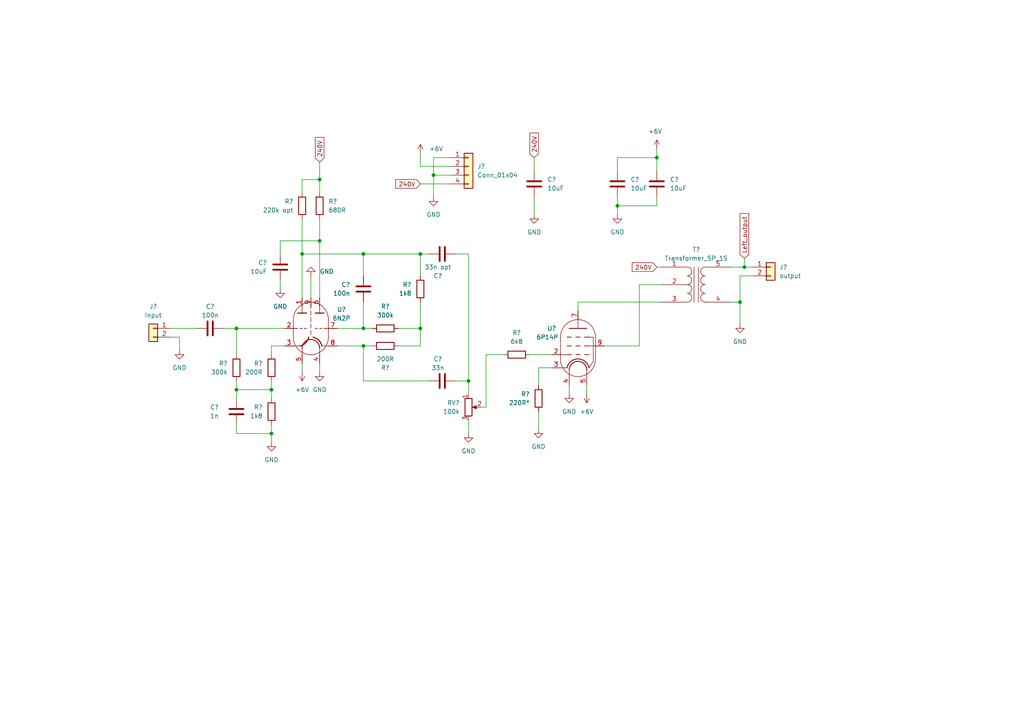
<source format=kicad_sch>
(kicad_sch (version 20211123) (generator eeschema)
  (paper "A4")
  (lib_symbols
    (symbol "Connector_Generic:Conn_01x02" (pin_names (offset 1.016) hide)
      (property "Reference" "J" (at 0 2.54 0))
      (property "Value" "Conn_01x02" (at 0 -5.08 0))
      (symbol "Conn_01x02_1_1"
        (rectangle (start -1.27 -2.413) (end 0 -2.667) (stroke (width 0.1524)))
        (rectangle (start -1.27 0.127) (end 0 -0.127) (stroke (width 0.1524)))
        (rectangle (start -1.27 1.27) (end 1.27 -3.81) (stroke (width 0.254)) (fill (type background)))
        (pin passive line (at -5.08 0 0) (length 3.81) (name "Pin_1") (number "1"))
        (pin passive line (at -5.08 -2.54 0) (length 3.81) (name "Pin_2") (number "2"))
      )
    )
    (symbol "Connector_Generic:Conn_01x04" (pin_names (offset 1.016) hide)
      (property "Reference" "J" (at 0 5.08 0))
      (property "Value" "Conn_01x04" (at 0 -7.62 0))
      (symbol "Conn_01x04_1_1"
        (rectangle (start -1.27 -4.953) (end 0 -5.207) (stroke (width 0.1524)))
        (rectangle (start -1.27 -2.413) (end 0 -2.667) (stroke (width 0.1524)))
        (rectangle (start -1.27 0.127) (end 0 -0.127) (stroke (width 0.1524)))
        (rectangle (start -1.27 2.667) (end 0 2.413) (stroke (width 0.1524)))
        (rectangle (start -1.27 3.81) (end 1.27 -6.35) (stroke (width 0.254)) (fill (type background)))
        (pin passive line (at -5.08 2.54 0) (length 3.81) (name "Pin_1") (number "1"))
        (pin passive line (at -5.08 0 0) (length 3.81) (name "Pin_2") (number "2"))
        (pin passive line (at -5.08 -2.54 0) (length 3.81) (name "Pin_3") (number "3"))
        (pin passive line (at -5.08 -5.08 0) (length 3.81) (name "Pin_4") (number "4"))
      )
    )
    (symbol "Device:C" (pin_numbers hide) (pin_names (offset 0.254))
      (property "Reference" "C" (at 0.635 2.54 0))
      (property "Value" "C" (at 0.635 -2.54 0))
      (symbol "C_0_1"
        (polyline (pts (xy -2.032 -0.762) (xy 2.032 -0.762)) (stroke (width 0.508)))
        (polyline (pts (xy -2.032 0.762) (xy 2.032 0.762)) (stroke (width 0.508)))
      )
      (symbol "C_1_1"
        (pin passive line (at 0 3.81 270) (length 2.794) (name "~") (number "1"))
        (pin passive line (at 0 -3.81 90) (length 2.794) (name "~") (number "2"))
      )
    )
    (symbol "Device:R" (pin_numbers hide) (pin_names (offset 0))
      (property "Reference" "R" (at 2.032 0 90))
      (property "Value" "R" (at 0 0 90))
      (symbol "R_0_1"
        (rectangle (start -1.016 -2.54) (end 1.016 2.54) (stroke (width 0.254)))
      )
      (symbol "R_1_1"
        (pin passive line (at 0 3.81 270) (length 1.27) (name "~") (number "1"))
        (pin passive line (at 0 -3.81 90) (length 1.27) (name "~") (number "2"))
      )
    )
    (symbol "Device:R_Potentiometer" (pin_names (offset 1.016) hide)
      (property "Reference" "RV" (at -4.445 0 90))
      (property "Value" "R_Potentiometer" (at -2.54 0 90))
      (symbol "R_Potentiometer_0_1"
        (polyline (pts (xy 2.54 0) (xy 1.524 0)))
        (polyline (pts (xy 1.143 0) (xy 2.286 0.508) (xy 2.286 -0.508) (xy 1.143 0)) (fill (type outline)))
        (rectangle (start 1.016 2.54) (end -1.016 -2.54) (stroke (width 0.254)))
      )
      (symbol "R_Potentiometer_1_1"
        (pin passive line (at 0 3.81 270) (length 1.27) (name "1") (number "1"))
        (pin passive line (at 3.81 0 180) (length 1.27) (name "2") (number "2"))
        (pin passive line (at 0 -3.81 90) (length 1.27) (name "3") (number "3"))
      )
    )
    (symbol "Device:Transformer_SP_1S" (pin_names (offset 1.016) hide)
      (property "Reference" "T" (at 0 6.35 0))
      (property "Value" "Transformer_SP_1S" (at 0 -7.62 0))
      (symbol "Transformer_SP_1S_0_1"
        (arc (start -2.54 -5.0546) (mid -1.6561 -4.6863) (end -1.27 -3.81))
        (arc (start -2.54 -2.5146) (mid -1.6561 -2.1463) (end -1.27 -1.27))
        (arc (start -2.54 0.0254) (mid -1.6561 0.3937) (end -1.27 1.27))
        (arc (start -2.54 2.5654) (mid -1.6561 2.9337) (end -1.27 3.81))
        (arc (start -1.27 -3.81) (mid -1.642 -2.912) (end -2.54 -2.54))
        (arc (start -1.27 -1.27) (mid -1.642 -0.372) (end -2.54 0))
        (arc (start -1.27 1.27) (mid -1.642 2.168) (end -2.54 2.54))
        (arc (start -1.27 3.81) (mid -1.642 4.708) (end -2.54 5.08))
        (polyline (pts (xy -0.635 5.08) (xy -0.635 -5.08)))
        (polyline (pts (xy 0.635 -5.08) (xy 0.635 5.08)))
        (arc (start 1.2954 -1.27) (mid 1.6599 -2.1501) (end 2.54 -2.5146))
        (arc (start 1.2954 1.27) (mid 1.6599 0.3899) (end 2.54 0.0254))
        (arc (start 1.2954 3.81) (mid 1.6599 2.9299) (end 2.54 2.5654))
        (arc (start 1.3208 -3.81) (mid 1.6853 -4.6901) (end 2.5654 -5.0546))
        (arc (start 2.54 0) (mid 1.6456 -0.3683) (end 1.2954 -1.27))
        (arc (start 2.54 2.54) (mid 1.6456 2.1717) (end 1.2954 1.27))
        (arc (start 2.54 5.08) (mid 1.6456 4.7117) (end 1.2954 3.81))
        (arc (start 2.5654 -2.54) (mid 1.671 -2.9083) (end 1.3208 -3.81))
      )
      (symbol "Transformer_SP_1S_1_1"
        (pin passive line (at -10.16 5.08 0) (length 7.62) (name "PR1") (number "1"))
        (pin passive line (at -10.16 0 0) (length 7.62) (name "PM") (number "2"))
        (pin passive line (at -10.16 -5.08 0) (length 7.62) (name "PR2") (number "3"))
        (pin passive line (at 10.16 -5.08 180) (length 7.62) (name "S1") (number "4"))
        (pin passive line (at 10.16 5.08 180) (length 7.62) (name "S2") (number "5"))
      )
    )
    (symbol "power:+6V" (power) (pin_names (offset 0))
      (property "Value" "+6V" (at 0 3.556 0))
      (symbol "+6V_0_1"
        (polyline (pts (xy -0.762 1.27) (xy 0 2.54)))
        (polyline (pts (xy 0 0) (xy 0 2.54)))
        (polyline (pts (xy 0 2.54) (xy 0.762 1.27)))
      )
      (symbol "+6V_1_1"
        (pin power_in line (at 0 0 90) (length 0) hide (name "+6V") (number "1"))
      )
    )
    (symbol "power:GND" (power) (pin_names (offset 0))
      (property "Value" "GND" (at 0 -3.81 0))
      (symbol "GND_0_1"
        (polyline (pts (xy 0 0) (xy 0 -1.27) (xy 1.27 -1.27) (xy 0 -2.54) (xy -1.27 -1.27) (xy 0 -1.27)))
      )
      (symbol "GND_1_1"
        (pin power_in line (at 0 0 270) (length 0) hide (name "GND") (number "1"))
      )
    )
    (symbol "spdf1626:6N2P" (pin_names (offset 0))
      (property "Reference" "U1" (at 8.89 5.4612 0))
      (property "Value" "6N2P" (at 8.89 2.9212 0))
      (symbol "6N2P_0_1"
        (arc (start -5.08 -2.54) (mid 0 -7.62) (end 5.08 -2.54))
        (arc (start -0.635 -2.54) (mid -2.2911 -3.4239) (end -3.175 -5.08) (stroke (width 0.3)))
        (polyline (pts (xy -3.175 -5.08) (xy -5.08 -5.08)))
        (polyline (pts (xy -2.54 -7.62) (xy -2.54 -5.715)))
        (polyline (pts (xy -1.27 4.445) (xy -3.81 4.445)) (stroke (width 0.3)))
        (polyline (pts (xy 0 -1.905) (xy 0 -0.635)))
        (polyline (pts (xy 0 0) (xy 0 1.27)))
        (polyline (pts (xy 0 1.905) (xy 0 3.175)))
        (polyline (pts (xy 0 5.08) (xy 0 3.81)))
        (polyline (pts (xy 0 5.715) (xy 0 6.985)))
        (polyline (pts (xy 2.54 -7.62) (xy 2.54 -5.715)))
        (polyline (pts (xy 3.175 -5.08) (xy 5.08 -5.08)))
        (polyline (pts (xy 3.81 4.445) (xy 1.27 4.445)) (stroke (width 0.3)))
        (polyline (pts (xy -5.08 2.54) (xy -5.08 -2.54) (xy -5.08 -2.54)))
        (polyline (pts (xy 5.08 2.54) (xy 5.08 -2.54) (xy 5.08 -2.54)))
        (arc (start 0.635 -2.54) (mid -2.2703 -7.9853) (end 3.175 -5.08) (stroke (width 0.3)))
        (arc (start 5.08 2.54) (mid 0 7.62) (end -5.08 2.54))
      )
      (symbol "6N2P_1_1"
        (polyline (pts (xy -4.445 0) (xy -5.08 0)))
        (polyline (pts (xy -3.81 0) (xy -4.445 0)) (stroke (width 0.2032)))
        (polyline (pts (xy -2.54 0) (xy -3.175 0)) (stroke (width 0.2032)))
        (polyline (pts (xy -2.54 4.445) (xy -2.54 6.985)))
        (polyline (pts (xy -1.27 0) (xy -1.905 0)) (stroke (width 0.2032)))
        (polyline (pts (xy 1.905 0) (xy 1.27 0)) (stroke (width 0.2032)))
        (polyline (pts (xy 2.54 4.445) (xy 2.54 6.985)))
        (polyline (pts (xy 3.175 0) (xy 2.54 0)) (stroke (width 0.2032)))
        (polyline (pts (xy 3.81 0) (xy 4.445 0)) (stroke (width 0.2032)))
        (polyline (pts (xy 5.08 0) (xy 4.445 0)))
        (arc (start 2.54 -5.715) (mid 0 -3.1974) (end -2.54 -5.715) (stroke (width 0.254)))
        (pin output line (at 2.54 8.89 270) (length 2.54) (name "") (number "1"))
        (pin input line (at 7.62 0 180) (length 2.54) (name "") (number "2"))
        (pin input line (at 7.62 -5.08 180) (length 2.54) (name "") (number "3"))
        (pin input line (at -2.54 -10.16 90) (length 2.54) (name "") (number "4"))
        (pin input line (at 2.54 -10.16 90) (length 2.54) (name "") (number "5"))
        (pin output line (at -2.54 8.89 270) (length 2.54) (name "") (number "6"))
        (pin input line (at -7.62 0 0) (length 2.54) (name "") (number "7"))
        (pin input line (at -7.62 -5.08 0) (length 2.54) (name "") (number "8"))
        (pin input line (at 0 8.89 270) (length 2.54) (name "") (number "9"))
      )
    )
    (symbol "spdf1626:6P14P" (pin_names (offset 0))
      (property "Reference" "U?" (at 8.89 4.8514 0))
      (property "Value" "6P14P" (at 8.89 2.3114 0))
      (symbol "6P14P_0_1"
        (arc (start -5.08 -2.54) (mid 0 -7.62) (end 5.08 -2.54))
        (polyline (pts (xy -2.54 -7.62) (xy -2.54 -5.715)))
        (polyline (pts (xy 2.54 -7.62) (xy 2.54 -5.715)))
        (polyline (pts (xy -5.08 -2.54) (xy -5.08 3.81) (xy -5.08 3.81)))
        (polyline (pts (xy 5.08 3.81) (xy 5.08 -2.54) (xy 5.08 -2.54)))
        (arc (start 5.08 3.81) (mid 0 8.89) (end -5.08 3.81))
      )
      (symbol "6P14P_1_0"
        (polyline (pts (xy -3.175 -5.08) (xy -5.08 -5.08)))
      )
      (symbol "6P14P_1_1"
        (polyline (pts (xy -3.175 -1.27) (xy -5.08 -1.27)))
        (polyline (pts (xy -3.175 3.81) (xy -1.905 3.81)) (stroke (width 0.2032)))
        (polyline (pts (xy -1.905 -1.27) (xy -3.175 -1.27)) (stroke (width 0.2032)))
        (polyline (pts (xy -1.905 1.27) (xy -3.175 1.27)) (stroke (width 0.2032)))
        (polyline (pts (xy 0 6.35) (xy 0 8.89)))
        (polyline (pts (xy 0.635 -1.27) (xy -0.635 -1.27)) (stroke (width 0.2032)))
        (polyline (pts (xy 0.635 1.27) (xy -0.635 1.27)) (stroke (width 0.2032)))
        (polyline (pts (xy 0.635 3.81) (xy -0.635 3.81)) (stroke (width 0.2032)))
        (polyline (pts (xy 1.905 1.27) (xy 3.175 1.27)) (stroke (width 0.2032)))
        (polyline (pts (xy 3.175 -1.27) (xy 1.905 -1.27)) (stroke (width 0.2032)))
        (polyline (pts (xy 3.175 3.81) (xy 1.905 3.81)) (stroke (width 0.2032)))
        (polyline (pts (xy 3.175 3.81) (xy 4.445 3.81)))
        (polyline (pts (xy 4.445 -3.175) (xy 3.175 -5.08)))
        (polyline (pts (xy 4.445 -3.175) (xy 4.445 3.81)))
        (polyline (pts (xy 5.08 1.27) (xy 3.175 1.27)))
        (polyline (pts (xy 2.54 6.35) (xy -2.54 6.35) (xy -2.54 6.35)) (stroke (width 0.254)))
        (arc (start 2.54 -5.715) (mid 0 -3.1974) (end -2.54 -5.715) (stroke (width 0.254)))
        (arc (start 3.175 -5.08) (mid 0 -2.4945) (end -3.175 -5.08) (stroke (width 0.254)))
        (pin input line (at -7.62 -1.27 0) (length 2.54) (name "") (number "2"))
        (pin input line (at -7.62 -5.08 0) (length 2.54) (name "") (number "3"))
        (pin input line (at -2.54 -10.16 90) (length 2.54) (name "") (number "4"))
        (pin input line (at 2.54 -10.16 90) (length 2.54) (name "") (number "5"))
        (pin output line (at 0 11.43 270) (length 2.54) (name "") (number "7"))
        (pin input line (at 7.62 1.27 180) (length 2.54) (name "") (number "9"))
      )
    )
  )
  (junction (at 68.58 113.03))
  (junction (at 87.63 73.66))
  (junction (at 78.74 125.73))
  (junction (at 92.71 69.85))
  (junction (at 179.07 59.69))
  (junction (at 92.71 52.07))
  (junction (at 78.74 113.03))
  (junction (at 105.41 95.25))
  (junction (at 214.63 87.63))
  (junction (at 68.58 95.25))
  (junction (at 215.9 77.47))
  (junction (at 121.92 95.25))
  (junction (at 105.41 73.66))
  (junction (at 105.41 100.33))
  (junction (at 125.73 50.8))
  (junction (at 135.89 110.49))
  (junction (at 190.5 45.72))
  (junction (at 121.92 73.66))
  (wire (pts (xy 154.94 49.53) (xy 154.94 45.72)))
  (wire (pts (xy 153.67 102.87) (xy 160.02 102.87)))
  (wire (pts (xy 185.42 82.55) (xy 191.77 82.55)))
  (wire (pts (xy 214.63 87.63) (xy 214.63 80.01)))
  (wire (pts (xy 105.41 73.66) (xy 121.92 73.66)))
  (wire (pts (xy 167.64 87.63) (xy 191.77 87.63)))
  (wire (pts (xy 124.46 110.49) (xy 105.41 110.49)))
  (wire (pts (xy 156.21 111.76) (xy 156.21 106.68)))
  (wire (pts (xy 68.58 125.73) (xy 68.58 123.19)))
  (wire (pts (xy 190.5 59.69) (xy 179.07 59.69)))
  (wire (pts (xy 81.28 69.85) (xy 81.28 73.66)))
  (wire (pts (xy 121.92 53.34) (xy 130.81 53.34)))
  (wire (pts (xy 212.09 77.47) (xy 215.9 77.47)))
  (wire (pts (xy 121.92 73.66) (xy 121.92 80.01)))
  (wire (pts (xy 156.21 119.38) (xy 156.21 124.46)))
  (wire (pts (xy 92.71 63.5) (xy 92.71 69.85)))
  (wire (pts (xy 87.63 63.5) (xy 87.63 73.66)))
  (wire (pts (xy 215.9 74.93) (xy 215.9 77.47)))
  (wire (pts (xy 68.58 113.03) (xy 78.74 113.03)))
  (wire (pts (xy 139.7 118.11) (xy 140.97 118.11)))
  (wire (pts (xy 130.81 48.26) (xy 121.92 48.26)))
  (wire (pts (xy 179.07 57.15) (xy 179.07 59.69)))
  (wire (pts (xy 140.97 102.87) (xy 140.97 118.11)))
  (wire (pts (xy 179.07 45.72) (xy 190.5 45.72)))
  (wire (pts (xy 92.71 69.85) (xy 81.28 69.85)))
  (wire (pts (xy 92.71 52.07) (xy 92.71 55.88)))
  (wire (pts (xy 132.08 73.66) (xy 135.89 73.66)))
  (wire (pts (xy 81.28 81.28) (xy 81.28 83.82)))
  (wire (pts (xy 121.92 87.63) (xy 121.92 95.25)))
  (wire (pts (xy 105.41 95.25) (xy 105.41 87.63)))
  (wire (pts (xy 115.57 95.25) (xy 121.92 95.25)))
  (wire (pts (xy 49.53 97.79) (xy 52.07 97.79)))
  (wire (pts (xy 92.71 46.99) (xy 92.71 52.07)))
  (wire (pts (xy 105.41 95.25) (xy 107.95 95.25)))
  (wire (pts (xy 121.92 100.33) (xy 115.57 100.33)))
  (wire (pts (xy 170.18 111.76) (xy 170.18 114.3)))
  (wire (pts (xy 92.71 69.85) (xy 92.71 86.36)))
  (wire (pts (xy 87.63 86.36) (xy 87.63 73.66)))
  (wire (pts (xy 167.64 87.63) (xy 167.64 90.17)))
  (wire (pts (xy 87.63 55.88) (xy 87.63 52.07)))
  (wire (pts (xy 87.63 105.41) (xy 87.63 107.95)))
  (wire (pts (xy 97.79 100.33) (xy 105.41 100.33)))
  (wire (pts (xy 125.73 50.8) (xy 125.73 45.72)))
  (wire (pts (xy 190.5 57.15) (xy 190.5 59.69)))
  (wire (pts (xy 78.74 110.49) (xy 78.74 113.03)))
  (wire (pts (xy 135.89 73.66) (xy 135.89 110.49)))
  (wire (pts (xy 135.89 110.49) (xy 135.89 114.3)))
  (wire (pts (xy 78.74 125.73) (xy 68.58 125.73)))
  (wire (pts (xy 105.41 100.33) (xy 107.95 100.33)))
  (wire (pts (xy 125.73 50.8) (xy 130.81 50.8)))
  (wire (pts (xy 190.5 77.47) (xy 191.77 77.47)))
  (wire (pts (xy 121.92 95.25) (xy 121.92 100.33)))
  (wire (pts (xy 156.21 106.68) (xy 160.02 106.68)))
  (wire (pts (xy 105.41 110.49) (xy 105.41 100.33)))
  (wire (pts (xy 78.74 100.33) (xy 82.55 100.33)))
  (wire (pts (xy 92.71 105.41) (xy 92.71 107.95)))
  (wire (pts (xy 105.41 73.66) (xy 105.41 80.01)))
  (wire (pts (xy 49.53 95.25) (xy 57.15 95.25)))
  (wire (pts (xy 190.5 43.18) (xy 190.5 45.72)))
  (wire (pts (xy 68.58 95.25) (xy 82.55 95.25)))
  (wire (pts (xy 214.63 87.63) (xy 214.63 93.98)))
  (wire (pts (xy 135.89 121.92) (xy 135.89 125.73)))
  (wire (pts (xy 179.07 59.69) (xy 179.07 62.23)))
  (wire (pts (xy 154.94 57.15) (xy 154.94 62.23)))
  (wire (pts (xy 87.63 52.07) (xy 92.71 52.07)))
  (wire (pts (xy 140.97 102.87) (xy 146.05 102.87)))
  (wire (pts (xy 64.77 95.25) (xy 68.58 95.25)))
  (wire (pts (xy 68.58 113.03) (xy 68.58 115.57)))
  (wire (pts (xy 52.07 97.79) (xy 52.07 101.6)))
  (wire (pts (xy 90.17 80.01) (xy 90.17 86.36)))
  (wire (pts (xy 87.63 73.66) (xy 105.41 73.66)))
  (wire (pts (xy 121.92 73.66) (xy 124.46 73.66)))
  (wire (pts (xy 214.63 80.01) (xy 218.44 80.01)))
  (wire (pts (xy 68.58 95.25) (xy 68.58 102.87)))
  (wire (pts (xy 78.74 123.19) (xy 78.74 125.73)))
  (wire (pts (xy 190.5 45.72) (xy 190.5 49.53)))
  (wire (pts (xy 212.09 87.63) (xy 214.63 87.63)))
  (wire (pts (xy 165.1 111.76) (xy 165.1 114.3)))
  (wire (pts (xy 78.74 113.03) (xy 78.74 115.57)))
  (wire (pts (xy 132.08 110.49) (xy 135.89 110.49)))
  (wire (pts (xy 125.73 57.15) (xy 125.73 50.8)))
  (wire (pts (xy 121.92 48.26) (xy 121.92 44.45)))
  (wire (pts (xy 179.07 49.53) (xy 179.07 45.72)))
  (wire (pts (xy 185.42 82.55) (xy 185.42 100.33)))
  (wire (pts (xy 78.74 125.73) (xy 78.74 128.27)))
  (wire (pts (xy 97.79 95.25) (xy 105.41 95.25)))
  (wire (pts (xy 68.58 110.49) (xy 68.58 113.03)))
  (wire (pts (xy 175.26 100.33) (xy 185.42 100.33)))
  (wire (pts (xy 78.74 102.87) (xy 78.74 100.33)))
  (wire (pts (xy 125.73 45.72) (xy 130.81 45.72)))
  (wire (pts (xy 215.9 77.47) (xy 218.44 77.47)))
  (global_label "240V" (shape input) (at 121.92 53.34 180) (property "Обозначения листов" "${INTERSHEET_REFS}" (effects hide)))
  (global_label "240V" (shape input) (at 92.71 46.99 90) (property "Обозначения листов" "${INTERSHEET_REFS}" (effects hide)))
  (global_label "240V" (shape input) (at 154.94 45.72 90) (property "Обозначения листов" "${INTERSHEET_REFS}" (effects hide)))
  (global_label "Left_output" (shape input) (at 215.9 74.93 90) (property "Обозначения листов" "${INTERSHEET_REFS}" (effects hide)))
  (global_label "240V" (shape input) (at 190.5 77.47 180) (property "Обозначения листов" "${INTERSHEET_REFS}" (effects hide)))
  (symbol (lib_id "Device:R") (at 111.76 95.25 270) (mirror x) (unit 1)
    (property "Reference" "R?" (at 111.76 88.9 90))
    (property "Value" "300k" (at 111.76 91.44 90))
    (property "Footprint" "spdf1626_lib:R_THT_025W" (effects hide))
  )
  (symbol (lib_id "Device:R") (at 121.92 83.82 0) (mirror x) (unit 1)
    (property "Reference" "R?" (at 119.38 82.55 0) (effects (justify right)))
    (property "Value" "1k8" (at 119.38 85.09 0) (effects (justify right)))
    (property "Footprint" "spdf1626_lib:R_THT_025W" (effects hide))
  )
  (symbol (lib_id "power:GND") (at 154.94 62.23 0) (unit 1)
    (property "Reference" "#PWR?" (effects hide))
    (property "Value" "GND" (at 154.94 67.31 0))
  )
  (symbol (lib_id "Device:R") (at 78.74 119.38 0) (mirror x) (unit 1)
    (property "Reference" "R?" (at 76.2 118.11 0) (effects (justify right)))
    (property "Value" "1k8" (at 76.2 120.65 0) (effects (justify right)))
    (property "Footprint" "spdf1626_lib:R_THT_025W" (effects hide))
  )
  (symbol (lib_id "power:GND") (at 135.89 125.73 0) (unit 1)
    (property "Reference" "#PWR?" (effects hide))
    (property "Value" "GND" (at 135.89 130.81 0))
  )
  (symbol (lib_id "spdf1626:6N2P") (at 90.17 95.25 0) (mirror y) (unit 1)
    (property "Reference" "U?" (at 99.06 89.7888 0))
    (property "Value" "6N2P" (at 99.06 92.3288 0))
    (property "Footprint" "spdf1626_lib:9-pin_tube_socket" (effects hide))
  )
  (symbol (lib_id "power:+6V") (at 87.63 107.95 180) (unit 1)
    (property "Reference" "#PWR?" (effects hide))
    (property "Value" "+6V" (at 87.63 113.03 0))
  )
  (symbol (lib_id "Device:C") (at 128.27 110.49 90) (mirror x) (unit 1)
    (property "Reference" "C?" (at 127 104.14 90))
    (property "Value" "33n" (at 127 106.68 90))
    (property "Footprint" "Capacitor_THT:C_Rect_L7.2mm_W3.0mm_P5.00mm_FKS2_FKP2_MKS2_MKP2" (effects hide))
  )
  (symbol (lib_id "Device:C") (at 128.27 73.66 90) (unit 1)
    (property "Reference" "C?" (at 127 80.01 90))
    (property "Value" "33n opt" (at 127 77.47 90))
    (property "Footprint" "Capacitor_THT:C_Rect_L7.2mm_W3.0mm_P5.00mm_FKS2_FKP2_MKS2_MKP2" (effects hide))
  )
  (symbol (lib_id "Device:R") (at 87.63 59.69 0) (mirror x) (unit 1)
    (property "Reference" "R?" (at 85.09 58.42 0) (effects (justify right)))
    (property "Value" "220k opt" (at 85.09 60.96 0) (effects (justify right)))
    (property "Footprint" "spdf1626_lib:R_THT_025W" (effects hide))
  )
  (symbol (lib_id "Device:C") (at 105.41 83.82 0) (mirror x) (unit 1)
    (property "Reference" "C?" (at 101.6 82.5499 0) (effects (justify right)))
    (property "Value" "100n" (at 101.6 85.0899 0) (effects (justify right)))
    (property "Footprint" "spdf1626_lib:C_THT_K73-17_P9.00mm" (effects hide))
  )
  (symbol (lib_id "power:+6V") (at 170.18 114.3 180) (unit 1)
    (property "Reference" "#PWR?" (effects hide))
    (property "Value" "+6V" (at 170.18 119.38 0))
  )
  (symbol (lib_id "Device:R") (at 156.21 115.57 0) (unit 1)
    (property "Reference" "R?" (at 153.67 114.3 0) (effects (justify right)))
    (property "Value" "220R*" (at 153.67 116.8399 0) (effects (justify right)))
    (property "Footprint" "spdf1626_lib:R_THT_1W" (effects hide))
  )
  (symbol (lib_id "Connector_Generic:Conn_01x04") (at 135.89 48.26 0) (unit 1)
    (property "Reference" "J?" (at 138.43 48.2599 0) (effects (justify left)))
    (property "Value" "Conn_01x04" (at 138.43 50.7999 0) (effects (justify left)))
    (property "Footprint" "spdf1626_lib:PinHeader_1x04_P2.54mm" (effects hide))
  )
  (symbol (lib_id "Device:Transformer_SP_1S") (at 201.93 82.55 0) (unit 1)
    (property "Reference" "T?" (at 201.9427 72.39 0))
    (property "Value" "Transformer_SP_1S" (at 201.9427 74.93 0))
    (property "Footprint" "spdf1626_lib:Output_transformer" (effects hide))
  )
  (symbol (lib_id "power:GND") (at 125.73 57.15 0) (unit 1)
    (property "Reference" "#PWR?" (effects hide))
    (property "Value" "GND" (at 125.73 62.23 0))
  )
  (symbol (lib_id "Device:C") (at 81.28 77.47 0) (mirror y) (unit 1)
    (property "Reference" "C?" (at 77.47 76.2 0) (effects (justify left)))
    (property "Value" "10uF" (at 77.47 78.7399 0) (effects (justify left)))
    (property "Footprint" "spdf1626_lib:C_THT_D10.0mm_P5.00mm" (effects hide))
  )
  (symbol (lib_id "Device:C") (at 179.07 53.34 0) (unit 1)
    (property "Reference" "C?" (at 182.88 52.0699 0) (effects (justify left)))
    (property "Value" "10uF" (at 182.88 54.6099 0) (effects (justify left)))
    (property "Footprint" "Capacitor_THT:CP_Radial_D5.0mm_P2.00mm" (effects hide))
  )
  (symbol (lib_id "power:GND") (at 52.07 101.6 0) (unit 1)
    (property "Reference" "#PWR?" (effects hide))
    (property "Value" "GND" (at 52.07 106.68 0))
  )
  (symbol (lib_id "power:GND") (at 81.28 83.82 0) (unit 1)
    (property "Reference" "#PWR?" (effects hide))
    (property "Value" "GND" (at 81.28 88.9 0))
  )
  (symbol (lib_id "Device:R") (at 78.74 106.68 0) (mirror x) (unit 1)
    (property "Reference" "R?" (at 76.2 105.41 0) (effects (justify right)))
    (property "Value" "200R" (at 76.2 107.95 0) (effects (justify right)))
    (property "Footprint" "spdf1626_lib:R_THT_025W" (effects hide))
  )
  (symbol (lib_id "spdf1626:6P14P") (at 167.64 101.6 0) (unit 1)
    (property "Reference" "U?" (at 160.02 95.25 0))
    (property "Value" "6P14P" (at 158.75 97.79 0))
    (property "Footprint" "spdf1626_lib:9-pin_tube_socket" (effects hide))
  )
  (symbol (lib_id "power:GND") (at 92.71 107.95 0) (unit 1)
    (property "Reference" "#PWR?" (effects hide))
    (property "Value" "GND" (at 92.71 113.03 0))
  )
  (symbol (lib_id "power:+6V") (at 190.5 43.18 0) (unit 1)
    (property "Reference" "#PWR?" (effects hide))
    (property "Value" "+6V" (at 187.96 38.1 0) (effects (justify left)))
  )
  (symbol (lib_id "power:GND") (at 214.63 93.98 0) (unit 1)
    (property "Reference" "#PWR?" (effects hide))
    (property "Value" "GND" (at 214.63 99.06 0))
  )
  (symbol (lib_id "Device:C") (at 190.5 53.34 0) (unit 1)
    (property "Reference" "C?" (at 194.31 52.0699 0) (effects (justify left)))
    (property "Value" "10uF" (at 194.31 54.6099 0) (effects (justify left)))
    (property "Footprint" "Capacitor_THT:CP_Radial_D5.0mm_P2.00mm" (effects hide))
  )
  (symbol (lib_id "power:+6V") (at 121.92 44.45 0) (unit 1)
    (property "Reference" "#PWR?" (effects hide))
    (property "Value" "+6V" (at 124.46 43.1799 0) (effects (justify left)))
  )
  (symbol (lib_id "power:GND") (at 90.17 80.01 180) (unit 1)
    (property "Reference" "#PWR?" (effects hide))
    (property "Value" "GND" (at 92.71 78.7399 0) (effects (justify right)))
  )
  (symbol (lib_id "Device:R") (at 92.71 59.69 180) (unit 1)
    (property "Reference" "R?" (at 95.25 58.42 0) (effects (justify right)))
    (property "Value" "680R" (at 95.25 60.96 0) (effects (justify right)))
    (property "Footprint" "spdf1626_lib:R_THT_025W" (effects hide))
  )
  (symbol (lib_id "power:GND") (at 78.74 128.27 0) (unit 1)
    (property "Reference" "#PWR?" (effects hide))
    (property "Value" "GND" (at 78.74 133.35 0))
  )
  (symbol (lib_id "Device:R_Potentiometer") (at 135.89 118.11 0) (unit 1)
    (property "Reference" "RV?" (at 133.35 116.8399 0) (effects (justify right)))
    (property "Value" "100k" (at 133.35 119.3799 0) (effects (justify right)))
    (property "Footprint" "spdf1626_lib:Potentiometer_THT_CA9V" (effects hide))
  )
  (symbol (lib_id "Device:R") (at 111.76 100.33 270) (unit 1)
    (property "Reference" "R?" (at 111.76 106.68 90))
    (property "Value" "200R" (at 111.76 104.14 90))
    (property "Footprint" "spdf1626_lib:R_THT_025W" (effects hide))
  )
  (symbol (lib_id "power:GND") (at 179.07 62.23 0) (unit 1)
    (property "Reference" "#PWR?" (effects hide))
    (property "Value" "GND" (at 179.07 67.31 0))
  )
  (symbol (lib_id "Device:R") (at 68.58 106.68 0) (mirror x) (unit 1)
    (property "Reference" "R?" (at 66.04 105.41 0) (effects (justify right)))
    (property "Value" "300k" (at 66.04 107.95 0) (effects (justify right)))
    (property "Footprint" "spdf1626_lib:R_THT_025W" (effects hide))
  )
  (symbol (lib_id "Device:R") (at 149.86 102.87 90) (unit 1)
    (property "Reference" "R?" (at 149.86 96.52 90))
    (property "Value" "6k8" (at 149.86 99.06 90))
    (property "Footprint" "spdf1626_lib:R_THT_025W" (effects hide))
  )
  (symbol (lib_id "power:GND") (at 156.21 124.46 0) (unit 1)
    (property "Reference" "#PWR?" (effects hide))
    (property "Value" "GND" (at 156.21 129.54 0))
  )
  (symbol (lib_id "Device:C") (at 60.96 95.25 90) (mirror x) (unit 1)
    (property "Reference" "C?" (at 60.96 88.9 90))
    (property "Value" "100n" (at 60.96 91.44 90))
    (property "Footprint" "spdf1626_lib:C_THT_K73-17_P9.00mm" (effects hide))
  )
  (symbol (lib_id "Connector_Generic:Conn_01x02") (at 44.45 95.25 0) (mirror y) (unit 1)
    (property "Reference" "J?" (at 44.45 88.9 0))
    (property "Value" "Input" (at 44.45 91.44 0))
    (property "Footprint" "spdf1626_lib:PinHeader_1x02_P2.54mm" (effects hide))
  )
  (symbol (lib_id "Device:C") (at 68.58 119.38 0) (mirror y) (unit 1)
    (property "Reference" "C?" (at 63.5 118.11 0) (effects (justify left)))
    (property "Value" "1n" (at 63.5 120.6499 0) (effects (justify left)))
    (property "Footprint" "spdf1626_lib:C_THT_K73-17_P5.00mm" (effects hide))
  )
  (symbol (lib_id "Device:C") (at 154.94 53.34 0) (unit 1)
    (property "Reference" "C?" (at 158.75 52.0699 0) (effects (justify left)))
    (property "Value" "10uF" (at 158.75 54.6099 0) (effects (justify left)))
    (property "Footprint" "spdf1626_lib:C_THT_D10.0mm_P5.00mm" (effects hide))
  )
  (symbol (lib_id "power:GND") (at 165.1 114.3 0) (unit 1)
    (property "Reference" "#PWR?" (effects hide))
    (property "Value" "GND" (at 165.1 119.38 0))
  )
  (symbol (lib_id "Connector_Generic:Conn_01x02") (at 223.52 77.47 0) (unit 1)
    (property "Reference" "J?" (at 226.06 77.4699 0) (effects (justify left)))
    (property "Value" "output" (at 226.06 80.0099 0) (effects (justify left)))
    (property "Footprint" "spdf1626_lib:PinHeader_1x02_P2.54mm" (effects hide))
  )
)
</source>
